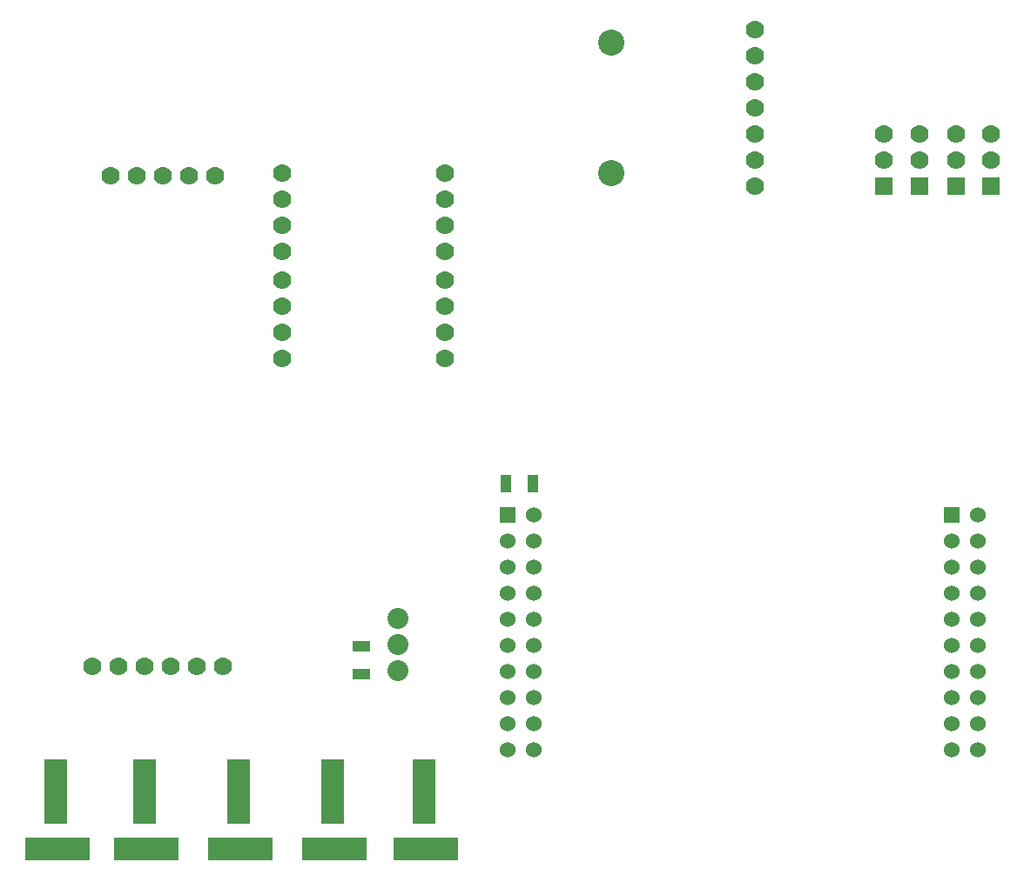
<source format=gbr>
%TF.GenerationSoftware,Altium Limited,Altium Designer,18.1.9 (240)*%
G04 Layer_Color=255*
%FSLAX26Y26*%
%MOIN*%
%TF.FileFunction,Pads,Bot*%
%TF.Part,Single*%
G01*
G75*
%TA.AperFunction,SMDPad,CuDef*%
%ADD11R,0.066929X0.043307*%
%TA.AperFunction,ComponentPad*%
%ADD14C,0.070000*%
%ADD15R,0.070000X0.070000*%
%ADD16C,0.080000*%
%ADD17C,0.060000*%
%ADD18R,0.060000X0.060000*%
%ADD19C,0.100000*%
%ADD20R,0.090000X0.250000*%
%ADD21R,0.250000X0.090000*%
%TA.AperFunction,SMDPad,CuDef*%
%ADD24R,0.043307X0.066929*%
D11*
X1415000Y1131850D02*
D03*
Y1238150D02*
D03*
D14*
X855000Y3040000D02*
D03*
X755000D02*
D03*
X455000D02*
D03*
X555000D02*
D03*
X655000D02*
D03*
X3415000Y3200000D02*
D03*
Y3100000D02*
D03*
X3550000D02*
D03*
Y3200000D02*
D03*
X3690000D02*
D03*
Y3100000D02*
D03*
X3825000D02*
D03*
Y3200000D02*
D03*
X2920000Y3300000D02*
D03*
Y3200000D02*
D03*
Y3100000D02*
D03*
Y3000000D02*
D03*
Y3400000D02*
D03*
Y3500000D02*
D03*
Y3600000D02*
D03*
X1110000Y3050000D02*
D03*
Y2850000D02*
D03*
Y2750000D02*
D03*
Y2640000D02*
D03*
Y2540000D02*
D03*
Y2440000D02*
D03*
Y2340000D02*
D03*
Y2950000D02*
D03*
X1735000Y3050000D02*
D03*
Y2850000D02*
D03*
Y2750000D02*
D03*
Y2640000D02*
D03*
Y2540000D02*
D03*
Y2440000D02*
D03*
Y2340000D02*
D03*
Y2950000D02*
D03*
X385000Y1160000D02*
D03*
X485000D02*
D03*
X585000D02*
D03*
X685000D02*
D03*
X785000D02*
D03*
X885000D02*
D03*
D15*
X3415000Y3000000D02*
D03*
X3550000D02*
D03*
X3690000D02*
D03*
X3825000D02*
D03*
D16*
X1555000Y1245000D02*
D03*
Y1345000D02*
D03*
Y1145000D02*
D03*
D17*
X3775000Y840000D02*
D03*
Y940000D02*
D03*
Y1040000D02*
D03*
Y1140000D02*
D03*
Y1240000D02*
D03*
Y1340000D02*
D03*
Y1440000D02*
D03*
Y1540000D02*
D03*
Y1640000D02*
D03*
Y1740000D02*
D03*
X3675000Y840000D02*
D03*
Y940000D02*
D03*
Y1040000D02*
D03*
Y1140000D02*
D03*
Y1240000D02*
D03*
Y1340000D02*
D03*
Y1440000D02*
D03*
Y1540000D02*
D03*
Y1640000D02*
D03*
X1975000D02*
D03*
Y1540000D02*
D03*
Y1440000D02*
D03*
Y1340000D02*
D03*
Y1240000D02*
D03*
Y1140000D02*
D03*
Y1040000D02*
D03*
Y940000D02*
D03*
Y840000D02*
D03*
X2075000Y1740000D02*
D03*
Y1640000D02*
D03*
Y1540000D02*
D03*
Y1440000D02*
D03*
Y1340000D02*
D03*
Y1240000D02*
D03*
Y1140000D02*
D03*
Y1040000D02*
D03*
Y940000D02*
D03*
Y840000D02*
D03*
D18*
X3675000Y1740000D02*
D03*
X1975000D02*
D03*
D19*
X2370000Y3050000D02*
D03*
Y3550000D02*
D03*
D20*
X245000Y680000D02*
D03*
X585000D02*
D03*
X945000D02*
D03*
X1305000D02*
D03*
X1655000D02*
D03*
D21*
X250000Y460000D02*
D03*
X590000D02*
D03*
X950000D02*
D03*
X1310000D02*
D03*
X1660000D02*
D03*
D24*
X1966850Y1860000D02*
D03*
X2073150D02*
D03*
%TF.MD5,6309f902e371ea2a558126ce9ccda85f*%
M02*

</source>
